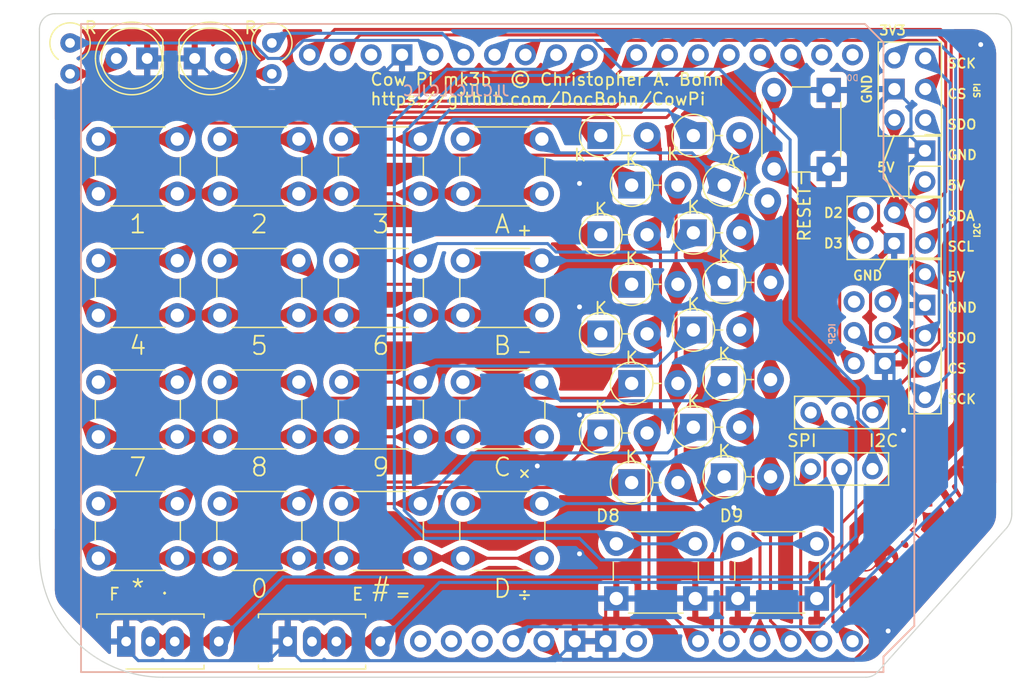
<source format=kicad_pcb>
(kicad_pcb (version 20221018) (generator pcbnew)
  (title_block (title "Cow Pi") (date "2023-05-25") (rev "mk3b") (comment 1 "5V Arduino Uno") (comment 2 "Through-hole PCB") (comment 3 "(no specific display module)"))
  (layers (0 "F.Cu" signal) (31 "B.Cu" signal) (34 "B.Paste" user) (35 "F.Paste" user) (36 "B.SilkS" user "B.Silkscreen") (37 "F.SilkS" user "F.Silkscreen") (38 "B.Mask" user) (39 "F.Mask" user) (44 "Edge.Cuts" user))
  (net 0 "")
  (net 1 "Net-(D1-K)")
  (net 2 "/col1")
  (net 3 "Net-(D2-K)")
  (net 4 "Net-(D3-K)")
  (net 5 "Net-(D4-K)")
  (net 6 "Net-(D5-K)")
  (net 7 "/col2")
  (net 8 "Net-(D6-K)")
  (net 9 "Net-(D7-K)")
  (net 13 "Net-(D8-K)")
  (net 14 "Net-(D9-K)")
  (net 15 "/col3")
  (net 16 "Net-(D10-K)")
  (net 17 "Net-(D11-K)")
  (net 18 "Net-(D12-K)")
  (net 19 "Net-(D13-K)")
  (net 20 "/colA")
  (net 21 "Net-(D14-K)")
  (net 22 "Net-(D15-K)")
  (net 23 "Net-(D16-K)")
  (net 24 "GND")
  (net 25 "Net-(D17-A)")
  (net 26 "Net-(D18-A)")
  (net 27 "/3V3")
  (net 28 "/5V")
  (net 31 "/SDO")
  (net 33 "/SCK")
  (net 34 "/D3")
  (net 35 "/SCL")
  (net 37 "/SDA")
  (net 38 "/D2")
  (net 39 "/spiLeftSwitch")
  (net 40 "Net-(JP1-C)")
  (net 41 "/spiRightSwitch")
  (net 42 "Net-(JP2-C)")
  (net 43 "/LeftLED")
  (net 44 "/rightLED")
  (net 45 "/row1")
  (net 46 "/row4")
  (net 47 "/row7")
  (net 48 "/row*")
  (net 49 "/rightButton")
  (net 50 "/leftButton")
  (net 51 "/CS{slash}i2cRightSwitch")
  (net 52 "/i2cLeftSwitch")
  (net 53 "Net-(SW19-A)")
  (footprint "Diode_THT:D_DO-41_SOD81_P3.81mm_Vertical_AnodeUp" (layer "F.Cu") (at 150.34 104.77)
    (fp_text reference "D11" hide)
    (fp_text value "1N4001")
  )
  (footprint "Diode_THT:D_DO-41_SOD81_P3.81mm_Vertical_AnodeUp" (layer "F.Cu") (at 142.72 113.25)
    (fp_text reference "D4" hide)
    (fp_text value "1N4001")
  )
  (footprint "PCM_arduino-library:Arduino_Uno_R3_Shield" (layer "F.Cu") (at 99.944 132.924237)
    (fp_text reference "XA1" hide)
    (fp_text value "Arduino_Uno_R3_Shield")
  )
  (footprint "Diode_THT:D_DO-41_SOD81_P3.81mm_Vertical_AnodeUp" (layer "F.Cu") (at 145.26 109.17)
    (fp_text reference "D7" hide)
    (fp_text value "1N4001")
  )
  (footprint "Connector_PinHeader_2.54mm:PinHeader_1x03_P2.54mm_Vertical" (layer "F.Cu") (at 160 116.21 90)
    (fp_text reference "JP1" hide)
    (fp_text value "Jumper_3_Bridged12")
  )
  (footprint "Button_Switch_THT:SW_Slide_1P2T_CK_OS102011MS2Q" (layer "F.Cu") (at 116.95687 130.41)
    (fp_text reference "SW21" hide)
    (fp_text value "Right Switch")
  )
  (footprint "Button_Switch_THT:SW_PUSH_6mm_H5mm" (layer "F.Cu") (at 150.5 126.87 180)
    (fp_text reference "SW17" hide)
    (fp_text value "Left Button")
  )
  (footprint "Diode_THT:D_DO-41_SOD81_P3.81mm_Vertical_AnodeUp" (layer "F.Cu") (at 152.88 116.85)
    (fp_text reference "D16" hide)
    (fp_text value "1N4001")
  )
  (footprint "LED_THT:LED_D5.0mm" (layer "F.Cu") (at 105.39 82.42 180)
    (fp_text reference "D17" hide)
    (fp_text value "Red")
  )
  (footprint "Button_Switch_THT:SW_PUSH_6mm_H5mm" (layer "F.Cu") (at 117.87 93.56 180)
    (fp_text reference "2")
    (fp_text value "Key 2")
  )
  (footprint "Button_Switch_THT:SW_PUSH_6mm_H5mm" (layer "F.Cu") (at 154 122.37)
    (fp_text reference "SW18" hide)
    (fp_text value "Right Button")
  )
  (footprint "Diode_THT:D_DO-41_SOD81_P3.81mm_Vertical_AnodeUp" (layer "F.Cu") (at 142.72 88.77)
    (fp_text reference "D1" hide)
    (fp_text value "1N4001")
  )
  (footprint "Button_Switch_THT:SW_PUSH_6mm_H5mm" (layer "F.Cu") (at 117.87 113.56 180)
    (fp_text reference "8")
    (fp_text value "Key 8")
  )
  (footprint "Button_Switch_THT:SW_PUSH_6mm_H5mm" (layer "F.Cu") (at 127.87 113.56 180)
    (fp_text reference "9")
    (fp_text value "Key 9")
  )
  (footprint "Diode_THT:D_DO-41_SOD81_P3.81mm_Vertical_AnodeUp" (layer "F.Cu") (at 150.34 88.77)
    (fp_text reference "D9" hide)
    (fp_text value "1N4001")
  )
  (footprint "Button_Switch_THT:SW_PUSH_6mm_H5mm" (layer "F.Cu") (at 107.87 103.56 180)
    (fp_text reference "4")
    (fp_text value "Key 4")
  )
  (footprint "Connector_PinSocket_2.54mm:PinSocket_1x02_P2.54mm_Vertical" (layer "F.Cu") (at 169.405 90.02)
    (fp_text reference "J3" hide)
    (fp_text value "Conn_01x02")
  )
  (footprint "Button_Switch_THT:SW_PUSH_6mm_H5mm" (layer "F.Cu") (at 127.87 123.56 180)
    (fp_text reference "#")
    (fp_text value "Key #")
  )
  (footprint "Button_Switch_THT:SW_PUSH_6mm_H5mm" (layer "F.Cu") (at 117.87 123.56 180)
    (fp_text reference "0")
    (fp_text value "Key 0")
  )
  (footprint "Button_Switch_THT:SW_Slide_1P2T_CK_OS102011MS2Q" (layer "F.Cu") (at 103.656449 130.41)
    (fp_text reference "SW20" hide)
    (fp_text value "Left Switch")
  )
  (footprint "Diode_THT:D_DO-41_SOD81_P3.81mm_Vertical_AnodeUp" (layer "F.Cu") (at 150.34 96.77)
    (fp_text reference "D10" hide)
    (fp_text value "1N4001")
  )
  (footprint "Diode_THT:D_DO-41_SOD81_P3.81mm_Vertical_AnodeUp" (layer "F.Cu") (at 145.26 117.33)
    (fp_text reference "D8" hide)
    (fp_text value "1N4001")
  )
  (footprint "Diode_THT:D_DO-41_SOD81_P3.81mm_Vertical_AnodeUp" (layer "F.Cu") (at 142.72 105.09)
    (fp_text reference "D3" hide)
    (fp_text value "1N4001")
  )
  (footprint "Button_Switch_THT:SW_PUSH_6mm_H5mm" (layer "F.Cu") (at 137.87 93.56 180)
    (fp_text reference "A")
    (fp_text value "Key A")
  )
  (footprint "Button_Switch_THT:SW_PUSH_6mm_H5mm" (layer "F.Cu") (at 137.87 103.56 180)
    (fp_text reference "B")
    (fp_text value "Key B")
  )
  (footprint "Diode_THT:D_DO-41_SOD81_P3.81mm_Vertical_AnodeUp" (layer "F.Cu") (at 142.72 96.93)
    (fp_text reference "D2" hide)
    (fp_text value "1N4001")
  )
  (footprint "Resistor_THT:R_Axial_DIN0309_L9.0mm_D3.2mm_P2.54mm_Vertical" (layer "F.Cu") (at 99.04 81.15 -90)
    (fp_text reference "R")
    (fp_text value "470")
  )
  (footprint "Connector_PinSocket_2.54mm:PinSocket_2x03_P2.54mm_Vertical" (layer "F.Cu") (at 169.425 82.4)
    (fp_text reference "J1" hide)
    (fp_text value "Conn_02x03_Counter_Clockwise")
  )
  (footprint "Connector_PinHeader_2.54mm:PinHeader_1x03_P2.54mm_Vertical" (layer "F.Cu") (at 160 111.56 90)
    (fp_text reference "JP2" hide)
    (fp_text value "Jumper_3_Bridged12")
  )
  (footprint "Button_Switch_THT:SW_PUSH_6mm_H5mm" (layer "F.Cu") (at 107.87 123.56 180)
    (fp_text reference "*")
    (fp_text value "Key *")
  )
  (footprint "LED_THT:LED_D5.0mm" (layer "F.Cu") (at 109.3 82.42)
    (fp_text reference "D18" hide)
    (fp_text value "Green")
  )
  (footprint "Button_Switch_THT:SW_PUSH_6mm_H5mm" (layer "F.Cu") (at 137.87 123.56 180)
    (fp_text reference "D")
    (fp_text value "Key D")
  )
  (footprint "Resistor_THT:R_Axial_DIN0309_L9.0mm_D3.2mm_P2.54mm_Vertical" (layer "F.Cu") (at 115.65 81.15 -90)
    (fp_text reference "R")
    (fp_text value "470")
  )
  (footprint "Button_Switch_THT:SW_PUSH_6mm_H5mm" (layer "F.Cu") (at 117.87 103.56 180)
    (fp_text reference "5")
    (fp_text value "Key 5")
  )
  (footprint "Button_Switch_THT:SW_PUSH_6mm_H5mm" (layer "F.Cu") (at 127.87 103.56 180)
    (fp_text reference "6")
    (fp_text value "Key 6")
  )
  (footprint "Connector_PinSocket_2.54mm:PinSocket_1x05_P2.54mm_Vertical" (layer "F.Cu") (at 169.405 100.18)
    (fp_text reference "J4" hide)
    (fp_text value "Conn_01x05")
  )
  (footprint "Diode_THT:D_DO-41_SOD81_P3.81mm_Vertical_AnodeUp" (layer "F.Cu") (at 152.88 92.85 -20)
    (fp_text reference "D13" hide)
    (fp_text value "1N4001")
  )
  (footprint "Diode_THT:D_DO-41_SOD81_P3.81mm_Vertical_AnodeUp" (layer "F.Cu") (at 145.26 101.01)
    (fp_text reference "D6" hide)
    (fp_text value "1N4001")
  )
  (footprint "Diode_THT:D_DO-41_SOD81_P3.81mm_Vertical_AnodeUp" (layer "F.Cu") (at 150.34 112.77)
    (fp_text reference "D12" hide)
    (fp_text value "1N4001")
  )
  (footprint "Button_Switch_THT:SW_PUSH_6mm_H5mm" (layer "F.Cu") (at 161.48 85.02 -90)
    (fp_text reference "RESET")
    (fp_text value "RESET")
  )
  (footprint "Diode_THT:D_DO-41_SOD81_P3.81mm_Vertical_AnodeUp" (layer "F.Cu") (at 152.88 100.85)
    (fp_text reference "D14" hide)
    (fp_text value "1N4001")
  )
  (footprint "Button_Switch_THT:SW_PUSH_6mm_H5mm" (layer "F.Cu") (at 127.87 93.56 180)
    (fp_text reference "3")
    (fp_text value "Key 3")
  )
  (footprint "Button_Switch_THT:SW_PUSH_6mm_H5mm" (layer "F.Cu") (at 137.87 113.56 180)
    (fp_text reference "C")
    (fp_text value "Key C")
  )
  (footprint "Button_Switch_THT:SW_PUSH_6mm_H5mm" (layer "F.Cu") (at 107.87 93.56 180)
    (fp_text reference "1")
    (fp_text value "Key 1")
  )
  (footprint "Button_Switch_THT:SW_PUSH_6mm_H5mm" (layer "F.Cu") (at 107.87 113.56 180)
    (fp_text reference "7")
    (fp_text value "Key 7")
  )
  (footprint "Diode_THT:D_DO-41_SOD81_P3.81mm_Vertical_AnodeUp" (layer "F.Cu") (at 152.88 108.85)
    (fp_text reference "D15" hide)
    (fp_text value "1N4001")
  )
  (footprint "artwork:CowPiLogo-14x7" (layer "F.Cu") (at 169.823404 121.018027 45)
    (fp_text reference "G***" hide)
    (fp_text value "LOGO" hide)
  )
  (footprint "Connector_PinSocket_2.54mm:PinSocket_2x03_P2.54mm_Vertical" (layer "F.Cu") (at 164.325 95.1 90)
    (fp_text reference "J2" hide)
    (fp_text value "Conn_02x03_Counter_Clockwise")
  )
  (footprint "Diode_THT:D_DO-41_SOD81_P3.81mm_Vertical_AnodeUp" (layer "F.Cu") (at 145.26 92.85)
    (fp_text reference "D5" hide)
    (fp_text value "1N4001")
  )
  (gr_line (start 166.85 88.77) (end 166.065082 90.806908) (stroke (width 0.15)) (layer "F.SilkS"))
  (gr_line (start 159.23 92.71) (end 159.23 91.77) (stroke (width 0.15)) (layer "F.SilkS"))
  (gr_line (start 166.85 93.85) (end 166.072653 91.95753) (stroke (width 0.15)) (layer "F.SilkS"))
  (gr_line (start 165.712933 99.755738) (end 166.297489 98.703538) (stroke (width 0.15)) (layer "F.SilkS"))
  (gr_arc (start 96.52 80.01) (mid 96.891974 79.111974) (end 97.79 78.74) (stroke (width 0.1)) (layer "Edge.Cuts"))
  (gr_line (start 176.02 121.18) (end 165.448026 132.978026) (stroke (width 0.1)) (layer "Edge.Cuts"))
  (gr_line (start 96.52 123.19) (end 96.52 80.01) (stroke (width 0.1)) (layer "Edge.Cuts"))
  (gr_line (start 176.53 80.01) (end 176.546051 119.91) (stroke (width 0.1)) (layer "Edge.Cuts"))
  (gr_line (start 164.55 133.35) (end 106.68 133.35) (stroke (width 0.1)) (layer "Edge.Cuts"))
  (gr_arc (start 106.68 133.35) (mid 99.495795 130.374205) (end 96.52 123.19) (stroke (width 0.1)) (layer "Edge.Cuts"))
  (gr_arc (start 175.26 78.74) (mid 176.158026 79.111974) (end 176.53 80.01) (stroke (width 0.1)) (layer "Edge.Cuts"))
  (gr_line (start 97.79 78.74) (end 175.26 78.74) (stroke (width 0.1)) (layer "Edge.Cuts"))
  (gr_arc (start 165.448026 132.978026) (mid 165.036008 133.253328) (end 164.55 133.35) (stroke (width 0.1)) (layer "Edge.Cuts"))
  (gr_arc (start 176.546051 119.91) (mid 176.409335 120.597319) (end 176.02 121.18) (stroke (width 0.1)) (layer "Edge.Cuts"))
  (gr_text "JLCJLCJLCJLC" (at 130.81 85.09) (layer "B.SilkS") (effects (font (size 0.85 0.85)) (justify mirror)))
  (gr_text "ICSP" (at 162.056232 104.154816 90) (layer "B.SilkS") (effects (font (size 0.5 0.5) (thickness 0.125)) (justify left bottom mirror)))
  (gr_text "GND" (at 165.08 86.23 90) (layer "F.SilkS") (effects (font (size 0.78 0.78)) (justify left bottom)))
  (gr_text "SCK\n\nCS\n\nSDO\n\nGND\n\n5V\n\nSDA\n\nSCL\n\n5V\n\nGND\n\nSDO\n\nCS\n\nSCK" (at 171.180764 110.917178) (layer "F.SilkS") (effects (font (size 0.78 0.78)) (justify left bottom)))
  (gr_text "E" (at 122.16 126.52) (layer "F.SilkS") (effects (font (size 1 1)) (justify left)))
  (gr_text "F" (at 102.16 126.52) (layer "F.SilkS") (effects (font (size 1 1)) (justify left)))
  (gr_text "D9" (at 152.4 120.65) (layer "F.SilkS") (effects (font (size 1 1)) (justify left bottom)))
  (gr_text "-" (at 137.16 106.52) (layer "F.SilkS") (effects (font (size 1 1)) (justify right)))
  (gr_text "D8" (at 142.24 120.65) (layer "F.SilkS") (effects (font (size 1 1)) (justify left bottom)))
  (gr_text "SPI" (at 157.96 114.47) (layer "F.SilkS") (effects (font (size 1 1)) (justify left bottom)))
  (gr_text "+" (at 137.16 96.52) (layer "F.SilkS") (effects (font (size 1 1)) (justify right)))
  (gr_text "I2C" (at 173.99 97.248719 90) (layer "F.SilkS") (effects (font (size 0.5 0.5) (thickness 0.125)) (justify left bottom)))
  (gr_text "I2C" (at 164.68 114.47) (layer "F.SilkS") (effects (font (size 1 1)) (justify left bottom)))
  (gr_text "÷" (at 137.16 126.52) (layer "F.SilkS") (effects (font (size 1 1)) (justify right)))
  (gr_text "SPI" (at 173.99 85.748719 90) (layer "F.SilkS") (effects (font (size 0.5 0.5) (thickness 0.125)) (justify left bottom)))
  (gr_text "GND" (at 163.397509 100.745671) (layer "F.SilkS") (effects (font (size 0.78 0.78)) (justify left bottom)))
  (gr_text "D2\n\nD3" (at 160.996555 98.101354) (layer "F.SilkS") (effects (font (size 0.78 0.78)) (justify left bottom)))
  (gr_text "." (at 107.16 126.02) (layer "F.SilkS") (effects (font (size 1 1)) (justify right)))
  (gr_text "Cow Pi mk3b  © Christopher A. Bohn\nhttps://github.com/DocBohn/CowPi" (at 123.67 84.96) (layer "F.SilkS") (effects (font (size 1 1)) (justify left)))
  (gr_text "=" (at 127.16 126.52) (layer "F.SilkS") (effects (font (size 1 1)) (justify right)))
  (gr_text "3V3" (at 165.555 80.57) (layer "F.SilkS") (effects (font (size 0.78 0.78)) (justify left bottom)))
  (gr_text "5V" (at 165.380155 91.845077) (layer "F.SilkS") (effects (font (size 0.78 0.78)) (justify left bottom)))
  (gr_text "×" (at 137.16 116.52) (layer "F.SilkS") (effects (font (size 1 1)) (justify right)))
  (segment (start 101.37 89.06) (end 107.87 89.06) (width 0.25) (layer "F.Cu") (net 1))
  (segment (start 109.195 87.735) (end 107.87 89.06) (width 0.25) (layer "F.Cu") (net 1))
  (segment (start 141.685 87.735) (end 109.195 87.735) (width 0.25) (layer "F.Cu") (net 1))
  (segment (start 142.72 88.77) (end 141.685 87.735) (width 0.25) (layer "F.Cu") (net 1))
  (segment (start 147.629999 112.150001) (end 147.629999 106.189999) (width 0.25) (layer "F.Cu") (net 2))
  (segment (start 146.685 126.325237) (end 146.685 113.405) (width 0.25) (layer "F.Cu") (net 2))
  (segment (start 146.53 105.09) (end 147.629999 103.990001) (width 0.25) (layer "F.Cu") (net 2))
  (segment (start 150.744 130.384237) (end 146.685 126.325237) (width 0.25) (layer "F.Cu") (net 2))
  (segment (start 146.53 113.25) (end 147.629999 112.150001) (width 0.25) (layer "F.Cu") (net 2))
  (segment (start 147.629999 103.990001) (end 147.629999 98.029999) (width 0.25) (layer "F.Cu") (net 2))
  (segment (start 147.629999 98.029999) (end 146.53 96.93) (width 0.25) (layer "F.Cu") (net 2))
  (segment (start 146.53 96.93) (end 147.629999 95.830001) (width 0.25) (layer "F.Cu") (net 2))
  (segment (start 147.629999 95.830001) (end 147.629999 89.869999) (width 0.25) (layer "F.Cu") (net 2))
  (segment (start 147.629999 89.869999) (end 146.53 88.77) (width 0.25) (layer "F.Cu") (net 2))
  (segment (start 147.629999 106.189999) (end 146.53 105.09) (width 0.25) (layer "F.Cu") (net 2))
  (segment (start 146.685 113.405) (end 146.53 113.25) (width 0.25) (layer "F.Cu") (net 2))
  (segment (start 110 96.93) (end 107.87 99.06) (width 0.25) (layer "F.Cu") (net 3))
  (segment (start 101.37 99.06) (end 107.87 99.06) (width 0.25) (layer "F.Cu") (net 3))
  (segment (start 142.72 96.93) (end 110 96.93) (width 0.25) (layer "F.Cu") (net 3))
  (segment (start 101.37 109.06) (end 107.87 109.06) (width 0.25) (layer "F.Cu") (net 4))
  (segment (start 142.72 105.09) (end 111.84 105.09) (width 0.25) (layer "F.Cu") (net 4))
  (segment (start 111.84 105.09) (end 107.87 109.06) (width 0.25) (layer "F.Cu") (net 4))
  (segment (start 142.72 113.25) (end 138.684501 117.285499) (width 0.25) (layer "F.Cu") (net 5))
  (segment (start 109.644501 117.285499) (end 107.87 119.06) (width 0.25) (layer "F.Cu") (net 5))
  (segment (start 132.56 117.285499) (end 109.644501 117.285499) (width 0.25) (layer "F.Cu") (net 5))
  (segment (start 138.684501 117.285499) (end 132.56 117.285499) (width 0.25) (layer "F.Cu") (net 5))
  (segment (start 101.37 119.06) (end 107.87 119.06) (width 0.25) (layer "F.Cu") (net 5))
  (segment (start 142.795 90.385) (end 119.195 90.385) (width 0.25) (layer "F.Cu") (net 6))
  (segment (start 119.195 90.385) (end 117.87 89.06) (width 0.25) (layer "F.Cu") (net 6))
  (segment (start 117.87 89.06) (end 111.37 89.06) (width 0.25) (layer "F.Cu") (net 6))
  (segment (start 145.26 92.85) (end 142.795 90.385) (width 0.25) (layer "F.Cu") (net 6))
  (segment (start 148.915 117.175) (end 149.07 117.33) (width 0.25) (layer "F.Cu") (net 7))
  (segment (start 149.07 92.85) (end 148.915 93.005) (width 0.25) (layer "F.Cu") (net 7))
  (segment (start 149.07 101.01) (end 148.915 101.165) (width 0.25) (layer "F.Cu") (net 7))
  (segment (start 149.07 109.17) (end 148.915 109.325) (width 0.25) (layer "F.Cu") (net 7))
  (segment (start 148.915 93.005) (end 148.915 100.855) (width 0.25) (layer "F.Cu") (net 7))
  (segment (start 148.915 100.855) (end 149.07 101.01) (width 0.25) (layer "F.Cu") (net 7))
  (segment (start 152.675 129.775237) (end 153.284 130.384237) (width 0.25) (layer "F.Cu") (net 7))
  (segment (start 148.915 109.325) (end 148.915 117.175) (width 0.25) (layer "F.Cu") (net 7))
  (segment (start 149.07 117.33) (end 152.675 120.935) (width 0.25) (layer "F.Cu") (net 7))
  (segment (start 148.915 109.015) (end 149.07 109.17) (width 0.25) (layer "F.Cu") (net 7))
  (segment (start 148.915 101.165) (end 148.915 109.015) (width 0.25) (layer "F.Cu") (net 7))
  (segment (start 152.675 120.935) (end 152.675 129.775237) (width 0.25) (layer "F.Cu") (net 7))
  (segment (start 119.82 101.01) (end 117.87 99.06) (width 0.25) (layer "F.Cu") (net 8))
  (segment (start 111.37 99.06) (end 117.87 99.06) (width 0.25) (layer "F.Cu") (net 8))
  (segment (start 145.26 101.01) (end 119.82 101.01) (width 0.25) (layer "F.Cu") (net 8))
  (segment (start 119.195 110.385) (end 117.87 109.06) (width 0.25) (layer "F.Cu") (net 9))
  (segment (start 144.045 110.385) (end 119.195 110.385) (width 0.25) (layer "F.Cu") (net 9))
  (segment (start 145.26 109.17) (end 144.045 110.385) (width 0.25) (layer "F.Cu") (net 9))
  (segment (start 111.37 109.06) (end 117.87 109.06) (width 0.25) (layer "F.Cu") (net 9))
  (segment (start 111.37 119.06) (end 117.87 119.06) (width 0.25) (layer "F.Cu") (net 13))
  (segment (start 119.195 117.735) (end 117.87 119.06) (width 0.25) (layer "F.Cu") (net 13))
  (segment (start 144.855 117.735) (end 119.195 117.735) (width 0.25) (layer "F.Cu") (net 13))
  (segment (start 145.26 117.33) (end 144.855 117.735) (width 0.25) (layer "F.Cu") (net 13))
  (segment (start 127.87 89.06) (end 121.37 89.06) (width 0.25) (layer "F.Cu") (net 14))
  (segment (start 130.250499 86.679501) (end 127.87 89.06) (width 0.25) (layer "B.Cu") (net 14))
  (segment (start 150.34 88.77) (end 148.249501 86.679501) (width 0.25) (layer "B.Cu") (net 14))
  (segment (start 148.249501 86.679501) (end 130.250499 86.679501) (width 0.25) (layer "B.Cu") (net 14))
  (segment (start 155.249999 121.619999) (end 155.824 122.194) (width 0.25) (layer "F.Cu") (net 15))
  (segment (start 154.614884 96.305116) (end 154.614884 89.234884) (width 0.25) (layer "F.Cu") (net 15))
  (segment (start 155.249999 97.869999) (end 155.249999 103.670001) (width 0.25) (layer "F.Cu") (net 15))
  (segment (start 155.249999 105.869999) (end 155.249999 111.670001) (width 0.25) (layer "F.Cu") (net 15))
  (segment (start 154.15 104.77) (end 155.249999 105.869999) (width 0.25) (layer "F.Cu") (net 15))
  (segment (start 154.15 96.77) (end 155.249999 97.869999) (width 0.25) (layer "F.Cu") (net 15))
  (segment (start 155.249999 113.869999) (end 155.249999 121.619999) (width 0.25) (layer "F.Cu") (net 15))
  (segment (start 155.249999 103.670001) (end 154.15 104.77) (width 0.25) (layer "F.Cu") (net 15))
  (segment (start 154.15 96.77) (end 154.614884 96.305116) (width 0.25) (layer "F.Cu") (net 15))
  (segment (start 154.15 112.77) (end 155.249999 113.869999) (width 0.25) (layer "F.Cu") (net 15))
  (segment (start 154.614884 89.234884) (end 154.15 88.77) (width 0.25) (layer "F.Cu") (net 15))
  (segment (start 155.249999 111.670001) (end 154.15 112.77) (width 0.25) (layer "F.Cu") (net 15))
  (segment (start 155.824 122.194) (end 155.824 130.384237) (width 0.25) (layer "F.Cu") (net 15))
  (segment (start 121.37 99.06) (end 127.87 99.06) (width 0.25) (layer "F.Cu") (net 16))
  (segment (start 139.038833 98.355) (end 138.343833 97.66) (width 0.25) (layer "B.Cu") (net 16))
  (segment (start 150.34 96.77) (end 148.755 98.355) (width 0.25) (layer "B.Cu") (net 16))
  (segment (start 138.343833 97.66) (end 129.27 97.66) (width 0.25) (layer "B.Cu") (net 16))
  (segment (start 148.755 98.355) (end 139.038833 98.355) (width 0.25) (layer "B.Cu") (net 16))
  (segment (start 129.27 97.66) (end 127.87 99.06) (width 0.25) (layer "B.Cu") (net 16))
  (segment (start 121.37 109.06) (end 127.87 109.06) (width 0.25) (layer "F.Cu") (net 17))
  (segment (start 129.195 107.735) (end 127.87 109.06) (width 0.25) (layer "B.Cu") (net 17))
  (segment (start 150.34 104.77) (end 147.375 107.735) (width 0.25) (layer "B.Cu") (net 17))
  (segment (start 147.375 107.735) (end 129.195 107.735) (width 0.25) (layer "B.Cu") (net 17))
  (segment (start 121.37 119.06) (end 127.87 119.06) (width 0.25) (layer "F.Cu") (net 18))
  (segment (start 150.34 112.77) (end 148.225 114.885) (width 0.25) (layer "B.Cu") (net 18))
  (segment (start 148.225 114.885) (end 132.045 114.885) (width 0.25) (layer "B.Cu") (net 18))
  (segment (start 132.045 114.885) (end 127.87 119.06) (width 0.25) (layer "B.Cu") (net 18))
  (segment (start 137.87 89.06) (end 131.37 89.06) (width 0.25) (layer "F.Cu") (net 19))
  (segment (start 139.005 90.195) (end 137.87 89.06) (width 0.25) (layer "B.Cu") (net 19))
  (segment (start 152.88 92.85) (end 150.225 90.195) (width 0.25) (layer "B.Cu") (net 19))
  (segment (start 150.225 90.195) (end 139.005 90.195) (width 0.25) (layer "B.Cu") (net 19))
  (segment (start 156.69 94.382868) (end 156.460229 94.153097) (width 0.25) (layer "F.Cu") (net 20))
  (segment (start 156.69 116.85) (end 156.69 128.710237) (width 0.25) (layer "F.Cu") (net 20))
  (segment (start 156.69 100.85) (end 156.69 108.85) (width 0.25) (layer "F.Cu") (net 20))
  (segment (start 156.69 128.710237) (end 158.364 130.384237) (width 0.25) (layer "F.Cu") (net 20))
  (segment (start 156.69 108.85) (end 156.69 116.85) (width 0.25) (layer "F.Cu") (net 20))
  (segment (start 156.69 100.85) (end 156.69 94.382868) (width 0.25) (layer "F.Cu") (net 20))
  (segment (start 131.37 99.06) (end 137.87 99.06) (width 0.25) (layer "F.Cu") (net 21))
  (segment (start 152.88 100.85) (end 151.09 99.06) (width 0.25) (layer "B.Cu") (net 21))
  (segment (start 151.09 99.06) (end 137.87 99.06) (width 0.25) (layer "B.Cu") (net 21))
  (segment (start 131.37 109.06) (end 137.87 109.06) (width 0.25) (layer "F.Cu") (net 22))
  (segment (start 152.88 108.85) (end 151.135 110.595) (width 0.25) (layer "B.Cu") (net 22))
  (segment (start 139.405 110.595) (end 137.87 109.06) (width 0.25) (layer "B.Cu") (net 22))
  (segment (start 151.135 110.595) (end 139.405 110.595) (width 0.25) (layer "B.Cu") (net 22))
  (segment (start 131.37 119.06) (end 137.87 119.06) (width 0.25) (layer "F.Cu") (net 23))
  (segment (start 152.88 116.85) (end 150.67 119.06) (width 0.25) (layer "B.Cu") (net 23))
  (segment (start 150.67 119.06) (end 137.87 119.06) (width 0.25) (layer "B.Cu") (net 23))
  (segment (start 161.48 85.02) (end 166.805 85.02) (width 0.25) (layer "F.Cu") (net 24))
  (segment (start 161.48 91.52) (end 161.48 90.345) (width 0.25) (layer "F.Cu") (net 24))
  (segment (start 166.111 107.524237) (end 167.200237 106.435) (width 0.25) (layer "F.Cu") (net 24))
  (segment (start 169.405 103.598299) (end 169.405 102.72) (width 0.25) (layer "F.Cu") (net 24))
  (segment (start 166.805 85.02) (end 166.885 84.94) (width 0.25) (layer "F.Cu") (net 24))
  (segment (start 161.48 91.52) (end 163.095 91.52) (width 0.25) (layer "F.Cu") (net 24))
  (segment (start 164.9224 99.5826) (end 164.9224 106.335637) (width 0.25) (layer "F.Cu") (net 24))
  (segment (start 143.124 127.746) (end 144 126.87) (width 0.25) (layer "F.Cu") (net 24))
  (segment (start 163.095 91.52) (end 165.58 94.005) (width 0.25) (layer "F.Cu") (net 24))
  (segment (start 161.48 85.02) (end 161.48 91.52) (width 0.25) (layer "F.Cu") (net 24))
  (segment (start 170.58 105.746701) (end 170.58 104.773299) (width 0.25) (layer "F.Cu") (net 24))
  (segment (start 164.9224 106.335637) (end 166.111 107.524237) (width 0.25) (layer "F.Cu") (net 24))
  (segment (start 161.48 90.345) (end 166.885 84.94) (width 0.5) (layer "F.Cu") (net 24))
  (segment (start 166.865 97.64) (end 164.9224 99.5826) (width 0.5) (layer "F.Cu") (net 24))
  (segment (start 167.200237 106.435) (end 169.891701 106.435) (width 0.25) (layer "F.Cu") (net 24))
  (segment (start 165.58 94.005) (end 165.58 96.355) (width 0.25) (layer "F.Cu") (net 24))
  (segment (start 169.891701 106.435) (end 170.58 105.746701) (width 0.25) (layer "F.Cu") (net 24))
  (segment (start 165.58 96.355) (end 166.865 97.64) (width 0.25) (layer "F.Cu") (net 24))
  (segment (start 170.58 104.773299) (end 169.405 103.598299) (width 0.25) (layer "F.Cu") (net 24))
  (segment (start 105.39 82.42) (end 109.3 82.42) (width 0.25) (layer "F.Cu") (net 24))
  (segment (start 143.124 130.384237) (end 140.584 130.384237) (width 0.25) (layer "F.Cu") (net 24))
  (segment (start 143.124 130.384237) (end 143.124 127.746) (width 0.25) (layer "F.Cu") (net 24))
  (via (at 140.97 111.76) (size 0.8) (drill 0.4) (layers "F.Cu" "B.Cu") (net 24))
  (via (at 167.64 113.03) (size 0.8) (drill 0.4) (layers "F.Cu" "B.Cu") (net 24))
  (via (at 173.99 81.28) (size 0.8) (drill 0.4) (layers "F.Cu" "B.Cu") (net 24))
  (via (at 140.97 123.19) (size 0.8) (drill 0.4) (layers "F.Cu" "B.Cu") (net 24))
  (via (at 140.97 102.87) (size 0.8) (drill 0.4) (layers "F.Cu" "B.Cu") (net 24))
  (via (at 153.67 119.38) (size 0.8) (drill 0.4) (layers "F.Cu" "B.Cu") (net 24))
  (via (at 137.49654 115.96263) (size 0.8) (drill 0.4) (layers "F.Cu" "B.Cu") (net 24))
  (via (at 166.37 129.54) (size 0.8) (drill 0.4) (layers "F.Cu" "B.Cu") (net 24))
  (via (at 140.97 92.71) (size 0.8) (drill 0.4) (layers "F.Cu" "B.Cu") (net 24))
  (segment (start 123.669237 84.815) (end 126.36 82.124237) (width 0.25) (layer "B.Cu") (net 24))
  (segment (start 109.3 82.42) (end 111.695 84.815) (width 0.25) (layer "B.Cu") (net 24))
  (segment (start 103.656449 127.833551) (end 103.656449 130.41) (width 0.25) (layer "B.Cu") (net 24))
  (segment (start 166.85 120.52) (end 166.85 108.263237) (width 0.25) (layer "B.Cu") (net 24))
  (segment (start 169.405 102.72) (end 166.865 100.18) (width 0.5) (layer "B.Cu") (net 24))
  (segment (start 104.655 131.985) (end 115.38187 131.985) (width 0.25) (layer "B.Cu") (net 24))
  (segment (start 161.48 90.345) (end 161.48 91.52) (width 0.25) (layer "B.Cu") (net 24))
  (segment (start 111.695 84.815) (end 123.669237 84.815) (width 0.25) (layer "B.Cu") (net 24))
  (segment (start 138.983237 131.985) (end 118.03187 131.985) (width 0.25) (layer "B.Cu") (net 24))
  (segment (start 169.405 90.02) (end 168.25 88.865) (width 0.25) (layer "B.Cu") (net 24))
  (segment (start 160.5 126.87) (end 154 126.87) (width 0.25) (layer "B.Cu") (net 24))
  (segment (start 166.865 100.18) (end 166.865 97.64) (width 0.25) (layer "B.Cu") (net 24))
  (segment (start 140.584 130.384237) (end 138.983237 131.985) (width 0.25) (layer "B.Cu") (net 24))
  (segment (start 166.85 108.263237) (end 166.111 107.524237) (width 0.25) (layer "B.Cu") (net 24))
  (segment (start 167.905 91.52) (end 169.405 90.02) (width 0.5) (layer "B.Cu") (net 24))
  (segment (start 115.38187 131.985) (end 116.95687 130.41) (width 0.25) (layer "B.Cu") (net 24))
  (segment (start 105.39 126.1) (end 103.656449 127.833551) (width 0.25) (layer "B.Cu") (net 24))
  (segment (start 154 126.87) (end 150.5 126.87) (width 0.25) (layer "B.Cu") (net 24))
  (segment (start 103.656449 130.986449) (end 104.655 131.985) (width 0.25) (layer "B.Cu") (net 24))
  (segment (start 166.885 84.94) (end 161.48 90.345) (width 0.5) (layer "B.Cu") (net 24))
  (segment (start 168.25 86.305) (end 166.885 84.94) (width 0.25) (layer "B.Cu") (net 24))
  (segment (start 168.25 88.865) (end 168.25 86.305) (width 0.25) (layer "B.Cu") (net 24))
  (segment (start 118.03187 131.985) (end 116.95687 130.91) (width 0.25) (layer "B.Cu") (net 24))
  (segment (start 160.5 126.87) (end 166.85 120.52) (width 0.25) (layer "B.Cu") (net 24))
  (segment (start 150.5 126.87) (end 144 126.87) (width 0.25) (layer "B.Cu") (net 24))
  (segment (start 161.48 91.52) (end 167.905 91.52) (width 0.25) (layer "B.Cu") (net 24))
  (segment (start 105.39 82.42) (end 105.39 126.1) (width 0.25) (layer "B.Cu") (net 24))
  (segment (start 101.58 83.69) (end 102.85 82.42) (width 0.25) (layer "F.Cu") (net 25))
  (segment (start 99.04 83.69) (end 101.58 83.69) (width 0.25) (layer "F.Cu") (net 25))
  (segment (start 113.11 83.69) (end 111.84 82.42) (width 0.25) (layer "F.Cu") (net 26))
  (segment (start 115.65 83.69) (end 113.11 83.69) (width 0.25) (layer "F.Cu") (net 26))
  (segment (start 168.06 81.225) (end 166.885 82.4) (width 0.25) (layer "B.Cu") (net 27))
  (segment (start 160.714363 129.195637) (end 171.929002 117.980998) (width 0.25) (layer "B.Cu") (net 27))
  (segment (start 171.929002 117.980998) (end 171.929002 82.554002) (width 0.25) (layer "B.Cu") (net 27))
  (segment (start 135.504 130.384237) (end 136.6926 129.195637) (width 0.25) (layer "B.Cu") (net 27))
  (segment (start 170.6 81.225) (end 168.06 81.225) (width 0.25) (layer "B.Cu") (net 27))
  (segment (start 171.929002 82.554002) (end 170.6 81.225) (width 0.25) (layer "B.Cu") (net 27))
  (segment (start 136.6926 129.195637) (end 160.714363 129.195637) (width 0.25) (layer "B.Cu") (net 27))
  (segment (start 168.23 96.465) (end 168.23 99.005) (width 0.25) (layer "F.Cu") (net 28))
  (segment (start 171.1375 101.9125) (end 169.405 100.18) (width 0.25) (layer "F.Cu") (net 28))
  (segment (start 164.899586 130.158888) (end 162.56 127.819302) (width 0.25) (layer "F.Cu") (net 28))
  (segment (start 162.56 127.819302) (end 162.56 120.65) (width 0.25) (layer "F.Cu") (net 28))
  (segment (start 164.899586 130.609586) (end 164.899586 130.158888) (width 0.25) (layer "F.Cu") (net 28))
  (segment (start 166.111 102.444237) (end 168.375237 100.18) (width 0.25) (layer "F.Cu") (net 28))
  (segment (start 168.23 99.005) (end 169.405 100.18) (width 0.25) (layer "F.Cu") (net 28))
  (segment (start 166.865 95.1) (end 169.405 92.56) (width 0.25) (layer "F.Cu") (net 28))
  (segment (start 162.56 120.65) (end 171.1375 112.0725) (width 0.25) (layer "F.Cu") (net 28))
  (segment (start 171.1375 112.0725) (end 171.1375 101.9125) (width 0.25) (layer "F.Cu") (net 28))
  (segment (start 168.375237 100.18) (end 169.405 100.18) (width 0.25) (layer "F.Cu") (net 28))
  (segment (start 166.885 95.08) (end 166.865 95.1) (width 0.25) (layer "F.Cu") (net 28))
  (segment (start 166.885 87.48) (end 166.885 95.08) (width 0.25) (layer "F.Cu") (net 28))
  (segment (start 138.044 130.384237) (end 139.609763 131.95) (width 0.25) (layer "F.Cu") (net 28))
  (segment (start 166.865 95.1) (end 168.23 96.465) (width 0.25) (layer "F.Cu") (net 28))
  (segment (start 139.609763 131.95) (end 163.559172 131.95) (width 0.25) (layer "F.Cu") (net 28))
  (segment (start 163.559172 131.95) (end 164.899586 130.609586) (width 0.25) (layer "F.Cu") (net 28))
  (segment (start 166.111 104.984237) (end 169.129237 104.984237) (width 0.25) (layer "F.Cu") (net 31))
  (segment (start 169.129237 104.984237) (end 169.405 105.26) (width 0.25) (layer "F.Cu") (net 31))
  (segment (start 170.58 88.635) (end 170.58 104.085) (width 0.25) (layer "B.Cu") (net 31))
  (segment (start 170.58 104.085) (end 169.405 105.26) (width 0.25) (layer "B.Cu") (net 31))
  (segment (start 169.425 87.48) (end 170.58 88.635) (width 0.25) (layer "B.Cu") (net 31))
  (segment (start 164.7596 106.172837) (end 167.1368 106.172837) (width 0.25) (layer "B.Cu") (net 33))
  (segment (start 171.479501 108.265499) (end 169.405 110.34) (width 0.25) (layer "B.Cu") (net 33))
  (segment (start 168.12 107.156037) (end 168.12 109.055) (width 0.25) (layer "B.Cu") (net 33))
  (segment (start 171.479501 84.454501) (end 171.479501 108.265499) (width 0.25) (layer "B.Cu") (net 33))
  (segment (start 168.12 109.055) (end 169.405 110.34) (width 0.25) (layer "B.Cu") (net 33))
  (segment (start 167.1368 106.172837) (end 168.12 107.156037) (width 0.25) (layer "B.Cu") (net 33))
  (segment (start 163.571 104.984237) (end 164.7596 106.172837) (width 0.25) (layer "B.Cu") (net 33))
  (segment (start 169.425 82.4) (end 171.479501 84.454501) (width 0.25) (layer "B.Cu") (net 33))
  (segment (start 159.229002 85.395169) (end 159.229002 92.554692) (width 0.25) (layer "F.Cu") (net 34))
  (segment (start 155.824 82.124237) (end 155.95807 82.124237) (width 0.25) (layer "F.Cu") (net 34))
  (segment (start 159.229002 92.554692) (end 164.31431 97.64) (width 0.25) (layer "F.Cu") (net 34))
  (segment (start 164.31431 97.64) (end 164.325 97.64) (width 0.25) (layer "F.Cu") (net 34))
  (segment (start 155.95807 82.124237) (end 159.229002 85.395169) (width 0.25) (layer "F.Cu") (net 34))
  (segment (start 118.74 82.124237) (end 120.827602 80.036635) (width 0.25) (layer "F.Cu") (net 35))
  (segment (start 171.559002 80.912622) (end 171.559002 95.485998) (width 0.25) (layer "F.Cu") (net 35))
  (segment (start 171.559002 95.485998) (end 169.405 97.64) (width 0.25) (layer "F.Cu") (net 35))
  (segment (start 120.827602 80.036635) (end 170.683015 80.036635) (width 0.25) (layer "F.Cu") (net 35))
  (segment (start 170.683015 80.036635) (end 171.559002 80.912622) (width 0.25) (layer "F.Cu") (net 35))
  (segment (start 171.109501 93.395499) (end 169.405 95.1) (width 0.25) (layer "F.Cu") (net 37))
  (segment (start 122.918101 80.486136) (end 170.496826 80.486136) (width 0.25) (layer "F.Cu") (net 37))
  (segment (start 170.496826 80.486136) (end 171.109501 81.098811) (width 0.25) (layer "F.Cu") (net 37))
  (segment (start 171.109501 81.098811) (end 171.109501 93.395499) (width 0.25) (layer "F.Cu") (net 37))
  (segment (start 121.28 82.124237) (end 122.918101 80.486136) (width 0.25) (layer "F.Cu") (net 37))
  (segment (start 159.678503 92.368503) (end 162.41 95.1) (width 0.25) (layer "F.Cu") (net 38))
  (segment (start 159.678503 83.43874) (end 159.678503 92.368503) (width 0.25) (layer "F.Cu") (net 38))
  (segment (start 162.41 95.1) (end 164.325 95.1) (width 0.25) (layer "F.Cu") (net 38))
  (segment (start 158.364 82.124237) (end 159.678503 83.43874) (width 0.25) (layer "F.Cu") (net 38))
  (segment (start 160.5 130.68) (end 159.175 129.355) (width 0.25) (layer "F.Cu") (net 39))
  (segment (start 160.904 130.384237) (end 160.795763 130.384237) (width 0.25) (layer "F.Cu") (net 39))
  (segment (start 159.175 117.035) (end 160 116.21) (width 0.25) (layer "F.Cu") (net 39))
  (segment (start 159.175 129.355) (end 159.175 117.035) (width 0.25) (layer "F.Cu") (net 39))
  (segment (start 160.795763 130.384237) (end 160.5 130.68) (width 0.25) (layer "F.Cu") (net 39))
  (segment (start 111.276449 130.41) (end 107.656449 130.41) (width 0.25) (layer "F.Cu") (net 40))
  (segment (start 105.656449 130.41) (end 107.656449 130.41) (width 0.25) (layer "F.Cu") (net 40))
  (segment (start 162.54 122.29) (end 159.734501 125.095499) (width 0.25) (layer "B.Cu") (net 40))
  (segment (start 116.59095 125.095499) (end 111.276449 130.41) (width 0.25) (layer "B.Cu") (net 40))
  (segment (start 159.734501 125.095499) (end 116.59095 125.095499) (width 0.25) (layer "B.Cu") (net 40))
  (segment (start 162.54 116.21) (end 162.54 122.29) (width 0.25) (layer "B.Cu") (net 40))
  (segment (start 161.825 121.821167) (end 161.825 128.765237) (width 0.25) (layer "F.Cu") (net 41))
  (segment (start 160 111.56) (end 161.175 112.735) (width 0.25) (layer "F.Cu") (net 41))
  (segment (start 161.825 128.765237) (end 163.444 130.384237) (width 0.25) (layer "F.Cu") (net 41))
  (segment (start 161.175 112.735) (end 161.175 121.171167) (width 0.25) (layer "F.Cu") (net 41))
  (segment (start 161.175 121.171167) (end 161.825 121.821167) (width 0.25) (layer "F.Cu") (net 41))
  (segment (start 124.57687 130.41) (end 120.95687 130.41) (width 0.25) (layer "F.Cu") (net 42))
  (segment (start 118.95687 130.41) (end 120.95687 130.41) (width 0.25) (layer "F.Cu") (net 42))
  (segment (start 163.715 121.75069) (end 159.92069 125.545) (width 0.25) (layer "B.Cu") (net 42))
  (segment (start 162.54 111.56) (end 163.715 112.735) (width 0.25) (layer "B.Cu") (net 42))
  (segment (start 129.44187 125.545) (end 124.57687 130.41) (width 0.25) (layer "B.Cu") (net 42))
  (segment (start 159.92069 125.545) (end 129.44187 125.545) (width 0.25) (layer "B.Cu") (net 42))
  (segment (start 163.715 112.735) (end 163.715 121.75069) (width 0.25) (layer "B.Cu") (net 42))
  (segment (start 118.247665 80.935637) (end 127.7114 80.935637) (width 0.25) (layer "B.Cu") (net 43))
  (segment (start 115.329009 82.42) (end 116.763302 82.42) (width 0.25) (layer "B.Cu") (net 43))
  (segment (start 127.7114 80.935637) (end 128.9 82.124237) (width 0.25) (layer "B.Cu") (net 43))
  (segment (start 116.763302 82.42) (end 118.247665 80.935637) (width 0.25) (layer "B.Cu") (net 43))
  (segment (start 99.04 81.15) (end 114.059009 81.15) (width 0.25) (layer "B.Cu") (net 43))
  (segment (start 114.059009 81.15) (end 115.329009 82.42) (width 0.25) (layer "B.Cu") (net 43))
  (segment (start 115.65 81.15) (end 116.449999 80.350001) (width 0.25) (layer "B.Cu") (net 44))
  (segment (start 129.665764 80.350001) (end 131.44 82.124237) (width 0.25) (layer "B.Cu") (net 44))
  (segment (start 116.449999 80.350001) (end 129.665764 80.350001) (width 0.25) (layer "B.Cu") (net 44))
  (segment (start 111.37 93.56) (end 117.87 93.56) (width 0.25) (layer "F.Cu") (net 45))
  (segment (start 101.024501 87.285499) (end 148.122738 87.285499) (width 0.25) (layer "F.Cu") (net 45))
  (segment (start 117.87 93.56) (end 121.37 93.56) (width 0.25) (layer "F.Cu") (net 45))
  (segment (start 101.37 93.56) (end 107.87 93.56) (width 0.25) (layer "F.Cu") (net 45))
  (segment (start 127.87 93.56) (end 131.37 93.56) (width 0.25) (layer "F.Cu") (net 45))
  (segment (start 107.87 93.56) (end 111.37 93.56) (width 0.25) (layer "F.Cu") (net 45))
  (segment (start 131.37 93.56) (end 137.87 93.56) (width 0.25) (layer "F.Cu") (net 45))
  (segment (start 101.37 93.56) (end 99.54 91.73) (width 0.25) (layer "F.Cu") (net 45))
  (segment (start 148.122738 87.285499) (end 153.284 82.124237) (width 0.25) (layer "F.Cu") (net 45))
  (segment (start 121.37 93.56) (end 127.87 93.56) (width 0.25) (layer "F.Cu") (net 45))
  (segment (start 100.81 87.5) (end 100.965 87.345) (width 0.25) (layer "F.Cu") (net 45))
  (segment (start 99.54 91.73) (end 99.54 88.77) (width 0.25) (layer "F.Cu") (net 45))
  (segment (start 99.54 88.77) (end 100.81 87.5) (width 0.25) (layer "F.Cu") (net 45))
  (segment (start 150.744 82.124237) (end 146.032239 86.835998) (width 0.25) (layer "F.Cu") (net 46))
  (segment (start 107.87 103.56) (end 101.37 103.56) (width 0.25) (layer "F.Cu") (net 46))
  (segment (start 131.37 103.56) (end 137.87 103.56) (width 0.25) (layer "F.Cu") (net 46))
  (segment (start 127.87 103.56) (end 121.37 103.56) (width 0.25) (layer "F.Cu") (net 46))
  (segment (start 131.37 103.56) (end 127.87 103.56) (width 0.25) (layer "F.Cu") (net 46))
  (segment (start 146.032239 86.835998) (end 100.838312 86.835998) (width 0.25) (layer "F.Cu") (net 46))
  (segment (start 100.838312 86.835998) (end 99.090499 88.583811) (width 0.25) (layer "F.Cu") (net 46))
  (segment (start 99.090499 101.280499) (end 101.37 103.56) (width 0.25) (layer "F.Cu") (net 46))
  (segment (start 117.87 103.56) (end 111.37 103.56) (width 0.25) (layer "F.Cu") (net 46))
  (segment (start 99.090499 88.583811) (end 99.090499 101.280499) (width 0.25) (layer "F.Cu") (net 46))
  (segment (start 121.37 103.56) (end 117.87 103.56) (width 0.25) (layer "F.Cu") (net 46))
  (segment (start 111.37 103.56) (end 107.87 103.56) (width 0.25) (layer "F.Cu") (net 46))
  (segment (start 148.204 82.124237) (end 143.94174 86.386497) (width 0.25) (layer "F.Cu") (net 47))
  (segment (start 107.87 113.56) (end 111.37 113.56) (width 0.25) (layer "F.Cu") (net 47))
  (segment (start 143.94174 86.386497) (end 100.652123 86.386497) (width 0.25) (layer "F.Cu") (net 47))
  (segment (start 98.640998 88.397622) (end 98.640998 110.830998) (width 0.25) (layer "F.Cu") (net 47))
  (segment (start 98.640998 110.830998) (end 101.37 113.56) (width 0.25) (layer "F.Cu") (net 47))
  (segment (start 131.37 113.56) (end 137.87 113.56) (width 0.25) (layer "F.Cu") (net 47))
  (segment (start 101.37 113.56) (end 107.87 113.56) (width 0.25) (layer "F.Cu") (net 47))
  (segment (start 117.87 113.56) (end 121.37 113.56) (width 0.25) (layer "F.Cu") (net 47))
  (segment (start 127.87 113.56) (end 131.37 113.56) (width 0.25) (layer "F.Cu") (net 47))
  (segment (start 121.37 113.56) (end 127.87 113.56) (width 0.25) (layer "F.Cu") (net 47))
  (segment (start 111.37 113.56) (end 117.87 113.56) (width 0.25) (layer "F.Cu") (net 47))
  (segment (start 100.652123 86.386497) (end 98.640998 88.397622) (width 0.25) (layer "F.Cu") (net 47))
  (segment (start 145.664 82.124237) (end 141.851241 85.936996) (width 0.25) (layer "F.Cu") (net 48))
  (segment (start 117.87 123.56) (end 111.37 123.56) (width 0.25) (layer "F.Cu") (net 48))
  (segment (start 137.87 123.56) (end 131.37 123.56) (width 0.25) (layer "F.Cu") (net 48))
  (segment (start 107.87 123.56) (end 101.37 123.56) (width 0.25) (layer "F.Cu") (net 48))
  (segment (start 98.191497 88.211433) (end 98.191497 120.381497) (width 0.25) (layer "F.Cu") (net 48))
  (segment (start 100.465934 85.936996) (end 98.191497 88.211433) (width 0.25) (layer "F.Cu") (net 48))
  (segment (start 141.851241 85.936996) (end 100.465934 85.936996) (width 0.25) (layer "F.Cu") (net 48))
  (segment (start 121.37 123.56) (end 117.87 123.56) (width 0.25) (layer "F.Cu") (net 48))
  (segment (start 111.37 123.56) (end 107.87 123.56) (width 0.25) (layer "F.Cu") (net 48))
  (segment (start 131.37 123.56) (end 127.87 123.56) (width 0.25) (layer "F.Cu") (net 48))
  (segment (start 127.87 123.56) (end 121.37 123.56) (width 0.25) (layer "F.Cu") (net 48))
  (segment (start 98.191497 120.381497) (end 101.37 123.56) (width 0.25) (layer "F.Cu") (net 48))
  (segment (start 152.675 123.695) (end 142.745 123.695) (width 0.25) (layer "B.Cu") (net 49))
  (segment (start 154 122.37) (end 160.5 122.37) (width 0.25) (layer "B.Cu") (net 49))
  (segment (start 125.73 87.63) (end 130.047163 83.312837) (width 0.25) (layer "B.Cu") (net 49))
  (segment (start 137.8714 83.312837) (end 139.06 82.124237) (width 0.25) (layer "B.Cu") (net 49))
  (segment (start 130.047163 83.312837) (end 137.8714 83.312837) (width 0.25) (layer "B.Cu") (net 49))
  (segment (start 142.745 123.695) (end 140.97 121.92) (width 0.25) (layer "B.Cu") (net 49))
  (segment (start 140.97 121.92) (end 128.219771 121.92) (width 0.25) (layer "B.Cu") (net 49))
  (segment (start 125.73 119.430229) (end 125.73 87.63) (width 0.25) (layer "B.Cu") (net 49))
  (segment (start 128.219771 121.92) (end 125.73 119.430229) (width 0.25) (layer "B.Cu") (net 49))
  (segment (start 154 122.37) (end 152.675 123.695) (width 0.25) (layer "B.Cu") (net 49))
  (segment (start 139.904237 83.82) (end 141.6 82.124237) (width 0.25) (layer "B.Cu") (net 50))
  (segment (start 144 122.37) (end 143 121.37) (width 0.25) (layer "B.Cu") (net 50))
  (segment (start 150.5 122.37) (end 144 122.37) (width 0.25) (layer "B.Cu") (net 50))
  (segment (start 143 121.37) (end 128.306167 121.37) (width 0.25) (layer "B.Cu") (net 50))
  (segment (start 128.306167 121.37) (end 126.545 119.608833) (width 0.25) (layer "B.Cu") (net 50))
  (segment (start 126.545 119.608833) (end 126.545 88.511167) (width 0.25) (layer "B.Cu") (net 50))
  (segment (start 131.236167 83.82) (end 139.904237 83.82) (width 0.25) (layer "B.Cu") (net 50))
  (segment (start 126.545 88.511167) (end 131.236167 83.82) (width 0.25) (layer "B.Cu") (net 50))
  (segment (start 170.310637 80.935637) (end 170.66 81.285) (width 0.25) (layer "F.Cu") (net 51))
  (segment (start 136.52 82.124237) (end 137.7086 80.935637) (width 0.25) (layer "F.Cu") (net 51))
  (segment (start 170.66 83.705) (end 169.425 84.94) (width 0.25) (layer "F.Cu") (net 51))
  (segment (start 168.84 107.8) (end 169.405 107.8) (width 0.25) (layer "F.Cu") (net 51))
  (segment (start 170.66 81.285) (end 170.66 83.705) (width 0.25) (layer "F.Cu") (net 51))
  (segment (start 165.08 111.56) (end 168.84 107.8) (width 0.25) (layer "F.Cu") (net 51))
  (segment (start 137.7086 80.935637) (end 170.310637 80.935637) (width 0.25) (layer "F.Cu") (net 51))
  (segment (start 169.425 84.94) (end 171.029501 86.544501) (width 0.25) (layer "B.Cu") (net 51))
  (segment (start 171.029501 86.544501) (end 171.029501 106.175499) (width 0.25) (layer "B.Cu") (net 51))
  (segment (start 171.029501 106.175499) (end 169.405 107.8) (width 0.25) (layer "B.Cu") (net 51))
  (segment (start 163.905 112.046701) (end 163.905 109.539172) (width 0.25) (layer "B.Cu") (net 52))
  (segment (start 158.305 89.115) (end 152.502837 83.312837) (width 0.25) (layer "B.Cu") (net 52))
  (segment (start 158.305 103.939172) (end 158.305 89.115) (width 0.25) (layer "B.Cu") (net 52))
  (segment (start 135.1686 80.935637) (end 133.98 82.124237) (width 0.25) (layer "B.Cu") (net 52))
  (segment (start 142.092335 80.935637) (end 135.1686 80.935637) (width 0.25) (layer "B.Cu") (net 52))
  (segment (start 144.469535 83.312837) (end 142.092335 80.935637) (width 0.25) (layer "B.Cu") (net 52))
  (segment (start 152.502837 83.312837) (end 144.469535 83.312837) (width 0.25) (layer "B.Cu") (net 52))
  (segment (start 165.08 116.21) (end 165.08 113.221701) (width 0.25) (layer "B.Cu") (net 52))
  (segment (start 163.905 109.539172) (end 158.305 103.939172) (width 0.25) (layer "B.Cu") (net 52))
  (segment (start 165.08 113.221701) (end 163.905 112.046701) (width 0.25) (layer "B.Cu") (net 52))
  (segment (start 162.3824 106.335637) (end 163.571 107.524237) (width 0.25) (layer "F.Cu") (net 53))
  (segment (start 162.3824 96.9224) (end 162.3824 106.335637) (width 0.25) (layer "F.Cu") (net 53))
  (segment (start 156.98 85.02) (end 156.98 91.52) (width 0.25) (layer "F.Cu") (net 53))
  (segment (start 156.98 91.52) (end 162.3824 96.9224) (width 0.25) (layer "F.Cu") (net 53))
  (zone (net 0) (net_name "") (layer "F.Cu") (connect_pads (clearance 0)) (min_thickness 0.25)
    (keepout (tracks allowed) (vias allowed) (pads allowed) (copperpour not_allowed) (footprints allowed))
    (fill (thermal_gap 0.5) (thermal_bridge_width 0.5) (island_removal_mode 1) (island_area_min 10))
    (polygon (pts (xy 167.759985 126.284025) (xy 169.364962 125.497548) (xy 170.481128 123.495891) (xy 167.373059 120.918784) (xy 165.780174 122.019558)))
  )
  (zone (net 24) (net_name "GND") (layers "F&B.Cu") (connect_pads (clearance 0.5)) (min_thickness 0.25) (fill yes (thermal_gap 0.5) (thermal_bridge_width 0.5) (smoothing fillet) (radius 2))
    (polygon (pts (xy 175.26 80.01) (xy 97.79 80.01) (xy 97.79 127) (xy 102.87 132.08) (xy 165.1 132.08) (xy 175.26 120.65)))
  )
)
</source>
